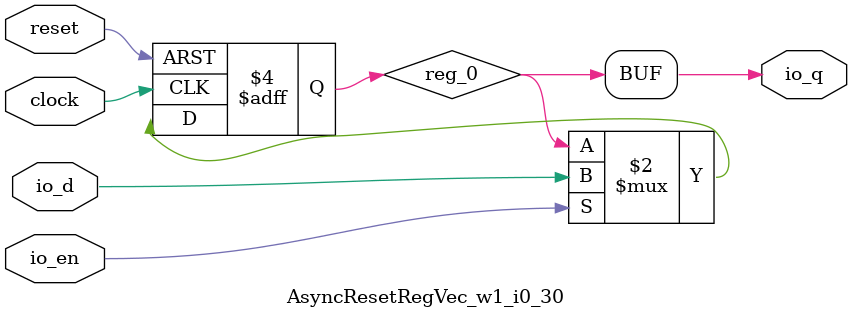
<source format=sv>
`ifndef RANDOMIZE
  `ifdef RANDOMIZE_REG_INIT
    `define RANDOMIZE
  `endif // RANDOMIZE_REG_INIT
`endif // not def RANDOMIZE
`ifndef RANDOMIZE
  `ifdef RANDOMIZE_MEM_INIT
    `define RANDOMIZE
  `endif // RANDOMIZE_MEM_INIT
`endif // not def RANDOMIZE

`ifndef RANDOM
  `define RANDOM $random
`endif // not def RANDOM

// Users can define 'PRINTF_COND' to add an extra gate to prints.
`ifndef PRINTF_COND_
  `ifdef PRINTF_COND
    `define PRINTF_COND_ (`PRINTF_COND)
  `else  // PRINTF_COND
    `define PRINTF_COND_ 1
  `endif // PRINTF_COND
`endif // not def PRINTF_COND_

// Users can define 'ASSERT_VERBOSE_COND' to add an extra gate to assert error printing.
`ifndef ASSERT_VERBOSE_COND_
  `ifdef ASSERT_VERBOSE_COND
    `define ASSERT_VERBOSE_COND_ (`ASSERT_VERBOSE_COND)
  `else  // ASSERT_VERBOSE_COND
    `define ASSERT_VERBOSE_COND_ 1
  `endif // ASSERT_VERBOSE_COND
`endif // not def ASSERT_VERBOSE_COND_

// Users can define 'STOP_COND' to add an extra gate to stop conditions.
`ifndef STOP_COND_
  `ifdef STOP_COND
    `define STOP_COND_ (`STOP_COND)
  `else  // STOP_COND
    `define STOP_COND_ 1
  `endif // STOP_COND
`endif // not def STOP_COND_

// Users can define INIT_RANDOM as general code that gets injected into the
// initializer block for modules with registers.
`ifndef INIT_RANDOM
  `define INIT_RANDOM
`endif // not def INIT_RANDOM

// If using random initialization, you can also define RANDOMIZE_DELAY to
// customize the delay used, otherwise 0.002 is used.
`ifndef RANDOMIZE_DELAY
  `define RANDOMIZE_DELAY 0.002
`endif // not def RANDOMIZE_DELAY

// Define INIT_RANDOM_PROLOG_ for use in our modules below.
`ifndef INIT_RANDOM_PROLOG_
  `ifdef RANDOMIZE
    `ifdef VERILATOR
      `define INIT_RANDOM_PROLOG_ `INIT_RANDOM
    `else  // VERILATOR
      `define INIT_RANDOM_PROLOG_ `INIT_RANDOM #`RANDOMIZE_DELAY begin end
    `endif // VERILATOR
  `else  // RANDOMIZE
    `define INIT_RANDOM_PROLOG_
  `endif // RANDOMIZE
`endif // not def INIT_RANDOM_PROLOG_

// Include register initializers in init blocks unless synthesis is set
`ifndef SYNTHESIS
  `ifndef ENABLE_INITIAL_REG_
    `define ENABLE_INITIAL_REG_
  `endif // not def ENABLE_INITIAL_REG_
`endif // not def SYNTHESIS

// Include rmemory initializers in init blocks unless synthesis is set
`ifndef SYNTHESIS
  `ifndef ENABLE_INITIAL_MEM_
    `define ENABLE_INITIAL_MEM_
  `endif // not def ENABLE_INITIAL_MEM_
`endif // not def SYNTHESIS

module AsyncResetRegVec_w1_i0_30(
  input  clock,
         reset,
         io_d,
         io_en,
  output io_q
);

  reg reg_0;	// AsyncResetReg.scala:64:50
  always @(posedge clock or posedge reset) begin
    if (reset)
      reg_0 <= 1'h0;	// AsyncResetReg.scala:64:50
    else if (io_en)
      reg_0 <= io_d;	// AsyncResetReg.scala:64:50
  end // always @(posedge, posedge)
  `ifdef ENABLE_INITIAL_REG_
    `ifdef FIRRTL_BEFORE_INITIAL
      `FIRRTL_BEFORE_INITIAL
    `endif // FIRRTL_BEFORE_INITIAL
    initial begin
      automatic logic [31:0] _RANDOM[0:0];
      `ifdef INIT_RANDOM_PROLOG_
        `INIT_RANDOM_PROLOG_
      `endif // INIT_RANDOM_PROLOG_
      `ifdef RANDOMIZE_REG_INIT
        _RANDOM[/*Zero width*/ 1'b0] = `RANDOM;
        reg_0 = _RANDOM[/*Zero width*/ 1'b0][0];	// AsyncResetReg.scala:64:50
      `endif // RANDOMIZE_REG_INIT
      if (reset)
        reg_0 = 1'h0;	// AsyncResetReg.scala:64:50
    end // initial
    `ifdef FIRRTL_AFTER_INITIAL
      `FIRRTL_AFTER_INITIAL
    `endif // FIRRTL_AFTER_INITIAL
  `endif // ENABLE_INITIAL_REG_
  assign io_q = reg_0;	// AsyncResetReg.scala:64:50
endmodule


</source>
